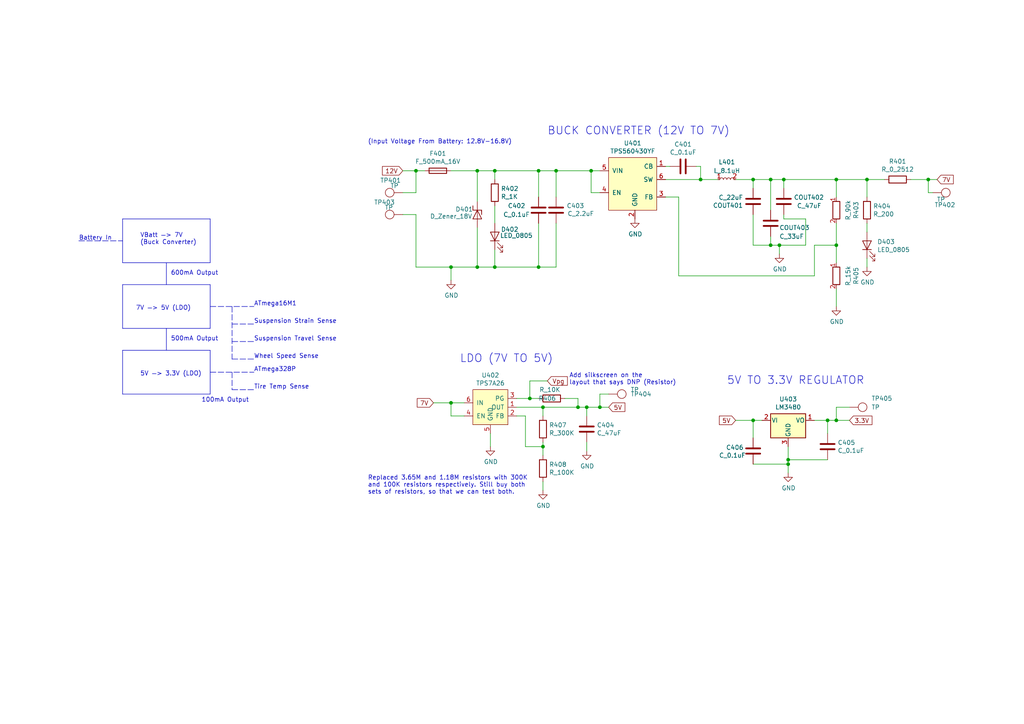
<source format=kicad_sch>
(kicad_sch (version 20211123) (generator eeschema)
  (paper "A4")
  (lib_symbols
    (symbol "formula:C_0.1uF" (pin_numbers hide) (pin_names (offset 0.254))
      (property "Reference" "C" (at 0.635 2.54 0))
      (property "Value" "C_0.1uF" (at 0.635 -2.54 0))
      (symbol "C_0.1uF_0_1"
        (polyline (pts (xy -2.032 -0.762) (xy 2.032 -0.762)) (stroke (width 0.508)))
        (polyline (pts (xy -2.032 0.762) (xy 2.032 0.762)) (stroke (width 0.508)))
      )
      (symbol "C_0.1uF_1_1"
        (pin passive line (at 0 3.81 270) (length 2.794) (name "~") (number "1"))
        (pin passive line (at 0 -3.81 90) (length 2.794) (name "~") (number "2"))
      )
    )
    (symbol "formula:C_2.2uF" (pin_numbers hide) (pin_names (offset 0.254))
      (property "Reference" "C" (at 0.635 3.81 0))
      (property "Value" "C_2.2uF" (at 0.635 -1.27 0))
      (symbol "C_2.2uF_0_1"
        (polyline (pts (xy -2.032 0.508) (xy 2.032 0.508)) (stroke (width 0.508)))
        (polyline (pts (xy -2.032 2.032) (xy 2.032 2.032)) (stroke (width 0.508)))
      )
      (symbol "C_2.2uF_1_1"
        (pin passive line (at 0 5.08 270) (length 2.794) (name "~") (number "1"))
        (pin passive line (at 0 -2.54 90) (length 2.794) (name "~") (number "2"))
      )
    )
    (symbol "formula:C_22uF" (pin_numbers hide) (pin_names (offset 0.254))
      (property "Reference" "C" (at 0.635 2.54 0))
      (property "Value" "C_22uF" (at 0.635 -2.54 0))
      (symbol "C_22uF_0_1"
        (polyline (pts (xy -2.032 -0.762) (xy 2.032 -0.762)) (stroke (width 0.508)))
        (polyline (pts (xy -2.032 0.762) (xy 2.032 0.762)) (stroke (width 0.508)))
      )
      (symbol "C_22uF_1_1"
        (pin passive line (at 0 3.81 270) (length 2.794) (name "~") (number "1"))
        (pin passive line (at 0 -3.81 90) (length 2.794) (name "~") (number "2"))
      )
    )
    (symbol "formula:C_33uF" (pin_numbers hide) (pin_names (offset 0.254))
      (property "Reference" "C" (at 0.635 2.54 0))
      (property "Value" "C_33uF" (at 2.54 -7.62 0))
      (symbol "C_33uF_0_1"
        (polyline (pts (xy -2.032 -0.762) (xy 2.032 -0.762)) (stroke (width 0.508)))
        (polyline (pts (xy -2.032 0.762) (xy 2.032 0.762)) (stroke (width 0.508)))
      )
      (symbol "C_33uF_1_1"
        (pin passive line (at 0 3.81 270) (length 2.794) (name "~") (number "1"))
        (pin passive line (at 0 -3.81 90) (length 2.794) (name "~") (number "2"))
      )
    )
    (symbol "formula:C_47uF" (pin_numbers hide) (pin_names (offset 0.254))
      (property "Reference" "C" (at 0.635 2.54 0))
      (property "Value" "C_47uF" (at 0.635 -2.54 0))
      (symbol "C_47uF_0_1"
        (polyline (pts (xy -2.032 -0.762) (xy 2.032 -0.762)) (stroke (width 0.508)))
        (polyline (pts (xy -2.032 0.762) (xy 2.032 0.762)) (stroke (width 0.508)))
      )
      (symbol "C_47uF_1_1"
        (pin passive line (at 0 3.81 270) (length 2.794) (name "~") (number "1"))
        (pin passive line (at 0 -3.81 90) (length 2.794) (name "~") (number "2"))
      )
    )
    (symbol "formula:D_Zener_18V" (pin_numbers hide) (pin_names (offset 1.016) hide)
      (property "Reference" "D" (at 0 2.54 0))
      (property "Value" "D_Zener_18V" (at 0 -2.54 0))
      (symbol "D_Zener_18V_0_1"
        (polyline (pts (xy -1.27 -1.27) (xy -2.54 -1.27)) (stroke (width 0.2032)))
        (polyline (pts (xy -1.27 1.27) (xy 0 1.27)) (stroke (width 0.2032)))
        (polyline (pts (xy 1.27 0) (xy -1.27 0)))
        (polyline (pts (xy -1.27 -1.27) (xy -1.27 1.27) (xy -0.762 1.27)) (stroke (width 0.2032)))
        (polyline (pts (xy 1.27 -1.27) (xy 1.27 1.27) (xy -1.27 0) (xy 1.27 -1.27)) (stroke (width 0.2032)))
      )
      (symbol "D_Zener_18V_1_1"
        (pin passive line (at -3.81 0 0) (length 2.54) (name "K") (number "1"))
        (pin passive line (at 3.81 0 180) (length 2.54) (name "A") (number "2"))
      )
    )
    (symbol "formula:F_500mA_16V" (pin_numbers hide) (pin_names (offset 0))
      (property "Reference" "F" (at 2.032 0 90))
      (property "Value" "F_500mA_16V" (at -1.905 0 90))
      (symbol "F_500mA_16V_0_1"
        (rectangle (start -0.762 -2.54) (end 0.762 2.54) (stroke (width 0.254)))
        (polyline (pts (xy 0 2.54) (xy 0 -2.54)))
      )
      (symbol "F_500mA_16V_1_1"
        (pin passive line (at 0 3.81 270) (length 1.27) (name "~") (number "1"))
        (pin passive line (at 0 -3.81 90) (length 1.27) (name "~") (number "2"))
      )
    )
    (symbol "formula:LED_0805" (pin_numbers hide) (pin_names (offset 1.016) hide)
      (property "Reference" "D" (at 0 -2.54 0))
      (property "Value" "LED_0805" (at 0 2.54 0))
      (symbol "LED_0805_0_1"
        (polyline (pts (xy -1.27 -1.27) (xy -1.27 1.27)) (stroke (width 0.2032)))
        (polyline (pts (xy -1.27 0) (xy 1.27 0)))
        (polyline (pts (xy 1.27 -1.27) (xy 1.27 1.27) (xy -1.27 0) (xy 1.27 -1.27)) (stroke (width 0.2032)))
        (polyline (pts (xy -3.048 -0.762) (xy -4.572 -2.286) (xy -3.81 -2.286) (xy -4.572 -2.286) (xy -4.572 -1.524)))
        (polyline (pts (xy -1.778 -0.762) (xy -3.302 -2.286) (xy -2.54 -2.286) (xy -3.302 -2.286) (xy -3.302 -1.524)))
      )
      (symbol "LED_0805_1_1"
        (pin passive line (at -3.81 0 0) (length 2.54) (name "K") (number "1"))
        (pin passive line (at 3.81 0 180) (length 2.54) (name "A") (number "2"))
      )
    )
    (symbol "formula:LM3480" (pin_names (offset 0.254))
      (property "Reference" "U" (at -3.81 3.175 0))
      (property "Value" "LM3480" (at 0 3.175 0))
      (symbol "LM3480_0_1"
        (rectangle (start -5.08 -5.08) (end 5.08 1.905) (stroke (width 0.254)) (fill (type background)))
      )
      (symbol "LM3480_1_1"
        (pin passive line (at 7.62 0 180) (length 2.54) (name "VO") (number "1"))
        (pin power_in line (at -7.62 0 0) (length 2.54) (name "VI") (number "2"))
        (pin power_in line (at 0 -7.62 90) (length 2.54) (name "GND") (number "3"))
      )
    )
    (symbol "formula:L_8.1uH" (pin_names (offset 1.016))
      (property "Reference" "L" (at 0 1.27 0))
      (property "Value" "L_8.1uH" (at 0 5.08 0))
      (symbol "L_8.1uH_1_1"
        (arc (start -1.016 2.54) (mid -1.524 3.048) (end -2.032 2.54))
        (arc (start 0 2.54) (mid -0.508 3.048) (end -1.016 2.54))
        (arc (start 1.016 2.54) (mid 0.508 3.048) (end 0 2.54))
        (arc (start 2.032 2.54) (mid 1.524 3.048) (end 1.016 2.54))
        (pin passive line (at -2.54 2.54 0) (length 0.508) (name "~") (number "1"))
        (pin passive line (at 2.54 2.54 180) (length 0.508) (name "~") (number "2"))
      )
    )
    (symbol "formula:R_0_2512" (pin_numbers hide) (pin_names (offset 0))
      (property "Reference" "R" (at 2.032 0 90))
      (property "Value" "R_0_2512" (at -2.54 0 90))
      (symbol "R_0_2512_0_1"
        (rectangle (start -1.016 -2.54) (end 1.016 2.54) (stroke (width 0.254)))
      )
      (symbol "R_0_2512_1_1"
        (pin passive line (at 0 3.81 270) (length 1.27) (name "~") (number "1"))
        (pin passive line (at 0 -3.81 90) (length 1.27) (name "~") (number "2"))
      )
    )
    (symbol "formula:R_100K" (pin_numbers hide) (pin_names (offset 0))
      (property "Reference" "R" (at 2.032 0 90))
      (property "Value" "R_100K" (at -2.54 0 90))
      (symbol "R_100K_0_1"
        (rectangle (start -1.016 -2.54) (end 1.016 2.54) (stroke (width 0.254)))
      )
      (symbol "R_100K_1_1"
        (pin passive line (at 0 3.81 270) (length 1.27) (name "~") (number "1"))
        (pin passive line (at 0 -3.81 90) (length 1.27) (name "~") (number "2"))
      )
    )
    (symbol "formula:R_10K" (pin_numbers hide) (pin_names (offset 0))
      (property "Reference" "R" (at 2.032 0 90))
      (property "Value" "R_10K" (at -2.54 0 90))
      (symbol "R_10K_0_1"
        (rectangle (start -1.016 -2.54) (end 1.016 2.54) (stroke (width 0.254)))
      )
      (symbol "R_10K_1_1"
        (pin passive line (at 0 3.81 270) (length 1.27) (name "~") (number "1"))
        (pin passive line (at 0 -3.81 90) (length 1.27) (name "~") (number "2"))
      )
    )
    (symbol "formula:R_15k" (pin_names (offset 1.016))
      (property "Reference" "R" (at 0 -2.54 0))
      (property "Value" "R_15k" (at 0 2.54 0))
      (symbol "R_15k_1_1"
        (rectangle (start 2.54 -1.016) (end -2.54 1.016) (stroke (width 0.254)))
        (pin passive line (at -3.81 0 0) (length 1.27) (name "~") (number "1"))
        (pin passive line (at 3.81 0 180) (length 1.27) (name "~") (number "2"))
      )
    )
    (symbol "formula:R_1K" (pin_numbers hide) (pin_names (offset 0))
      (property "Reference" "R" (at 2.032 0 90))
      (property "Value" "R_1K" (at -2.54 0 90))
      (symbol "R_1K_0_1"
        (rectangle (start -1.016 -2.54) (end 1.016 2.54) (stroke (width 0.254)))
      )
      (symbol "R_1K_1_1"
        (pin passive line (at 0 3.81 270) (length 1.27) (name "~") (number "1"))
        (pin passive line (at 0 -3.81 90) (length 1.27) (name "~") (number "2"))
      )
    )
    (symbol "formula:R_200" (pin_numbers hide) (pin_names (offset 0))
      (property "Reference" "R" (at 2.032 0 90))
      (property "Value" "R_200" (at -2.54 0 90))
      (symbol "R_200_0_1"
        (rectangle (start -1.016 -2.54) (end 1.016 2.54) (stroke (width 0.254)))
      )
      (symbol "R_200_1_1"
        (pin passive line (at 0 3.81 270) (length 1.27) (name "~") (number "1"))
        (pin passive line (at 0 -3.81 90) (length 1.27) (name "~") (number "2"))
      )
    )
    (symbol "formula:R_300K" (pin_numbers hide) (pin_names (offset 0))
      (property "Reference" "R" (at 2.032 0 90))
      (property "Value" "R_300K" (at -2.54 0 90))
      (symbol "R_300K_0_1"
        (rectangle (start -1.016 -2.54) (end 1.016 2.54) (stroke (width 0.254)))
      )
      (symbol "R_300K_1_1"
        (pin passive line (at 0 3.81 270) (length 1.27) (name "~") (number "1"))
        (pin passive line (at 0 -3.81 90) (length 1.27) (name "~") (number "2"))
      )
    )
    (symbol "formula:R_90k" (pin_names (offset 1.016))
      (property "Reference" "R" (at 0 -2.54 0))
      (property "Value" "R_90k" (at 0 2.54 0))
      (symbol "R_90k_1_1"
        (rectangle (start 2.54 -1.016) (end -2.54 1.016) (stroke (width 0.254)))
        (pin passive line (at -3.81 0 0) (length 1.27) (name "~") (number "1"))
        (pin passive line (at 3.81 0 180) (length 1.27) (name "~") (number "2"))
      )
    )
    (symbol "formula:TP" (pin_numbers hide) (pin_names (offset 0) hide)
      (property "Reference" "TP" (at 0 0 0))
      (property "Value" "TP" (at 0 0 0))
      (symbol "TP_0_1"
        (circle (center 0 -1.27) (radius 1.27))
      )
      (symbol "TP_1_1"
        (pin input line (at 0 -5.08 90) (length 2.54) (name "TP") (number "1"))
      )
    )
    (symbol "formula:TPS560430YF" (pin_names (offset 1.016))
      (property "Reference" "U" (at -5.08 -8.89 0))
      (property "Value" "TPS560430YF" (at 0 10.16 0))
      (symbol "TPS560430YF_0_1"
        (rectangle (start -6.35 -2.54) (end -6.35 -2.54))
        (rectangle (start -6.35 7.62) (end 7.62 -7.62) (fill (type background)))
      )
      (symbol "TPS560430YF_1_1"
        (pin bidirectional line (at 10.16 5.08 180) (length 2.54) (name "CB") (number "1"))
        (pin power_in line (at 1.27 -10.16 90) (length 2.54) (name "GND") (number "2"))
        (pin input line (at 10.16 -3.81 180) (length 2.54) (name "FB") (number "3"))
        (pin input line (at -8.89 -2.54 0) (length 2.54) (name "EN") (number "4"))
        (pin power_in line (at -8.89 3.81 0) (length 2.54) (name "VIN") (number "5"))
        (pin output line (at 10.16 1.27 180) (length 2.54) (name "SW") (number "6"))
      )
    )
    (symbol "formula:TPS7A26" (pin_names (offset 1.016))
      (property "Reference" "U" (at 0 8.89 0))
      (property "Value" "TPS7A26" (at 0 6.35 0))
      (symbol "TPS7A26_0_1"
        (rectangle (start -5.08 5.08) (end 5.08 -5.08) (fill (type background)))
      )
      (symbol "TPS7A26_1_1"
        (pin output line (at 7.62 0 180) (length 2.54) (name "OUT") (number "1"))
        (pin unspecified line (at 7.62 -2.54 180) (length 2.54) (name "FB") (number "2"))
        (pin unspecified line (at 7.62 2.54 180) (length 2.54) (name "PG") (number "3"))
        (pin unspecified line (at -7.62 -2.54 0) (length 2.54) (name "EN") (number "4"))
        (pin unspecified line (at 0 -7.62 90) (length 2.54) (name "GND") (number "5"))
        (pin unspecified line (at -7.62 1.27 0) (length 2.54) (name "IN") (number "6"))
      )
    )
    (symbol "power:GND" (power) (pin_names (offset 0))
      (property "Value" "power_GND" (at 0 -3.81 0))
      (symbol "GND_0_1"
        (polyline (pts (xy 0 0) (xy 0 -1.27) (xy 1.27 -1.27) (xy 0 -2.54) (xy -1.27 -1.27) (xy 0 -1.27)))
      )
      (symbol "GND_1_1"
        (pin power_in line (at 0 0 270) (length 0) hide (name "GND") (number "1"))
      )
    )
  )
  (junction (at 251.46 52.07))
  (junction (at 228.6 133.35))
  (junction (at 227.33 52.07))
  (junction (at 120.65 49.53))
  (junction (at 269.24 52.07))
  (junction (at 138.43 49.53))
  (junction (at 156.21 77.47))
  (junction (at 223.52 52.07))
  (junction (at 173.99 118.11))
  (junction (at 130.81 116.84))
  (junction (at 228.6 134.62))
  (junction (at 218.44 121.92))
  (junction (at 218.44 52.07))
  (junction (at 242.57 71.12))
  (junction (at 171.45 49.53))
  (junction (at 143.51 77.47))
  (junction (at 157.48 118.11))
  (junction (at 223.52 71.12))
  (junction (at 203.2 52.07))
  (junction (at 226.06 71.12))
  (junction (at 138.43 77.47))
  (junction (at 170.18 118.11))
  (junction (at 242.57 52.07))
  (junction (at 167.64 118.11))
  (junction (at 157.48 129.54))
  (junction (at 161.29 49.53))
  (junction (at 242.57 121.92))
  (junction (at 240.03 121.92))
  (junction (at 153.67 115.57))
  (junction (at 130.81 77.47))
  (junction (at 156.21 49.53))
  (junction (at 143.51 49.53))
  (wire (pts (xy 223.52 71.12) (xy 226.06 71.12)))
  (wire (pts (xy 242.57 71.12) (xy 242.57 64.77)))
  (wire (pts (xy 236.22 71.12) (xy 236.22 80.01)))
  (wire (pts (xy 157.48 120.65) (xy 157.48 118.11)))
  (wire (pts (xy 223.52 52.07) (xy 223.52 60.96)))
  (wire (pts (xy 156.21 49.53) (xy 156.21 57.15)))
  (wire (pts (xy 130.81 77.47) (xy 130.81 81.28)))
  (wire (pts (xy 236.22 80.01) (xy 196.85 80.01)))
  (polyline (pts (xy 60.96 101.6) (xy 35.56 101.6)) (stroke (width 0) (type solid)))
  (wire (pts (xy 156.21 64.77) (xy 156.21 77.47)))
  (wire (pts (xy 246.38 121.92) (xy 242.57 121.92)))
  (wire (pts (xy 156.21 49.53) (xy 161.29 49.53)))
  (wire (pts (xy 156.21 77.47) (xy 161.29 77.47)))
  (polyline (pts (xy 48.26 76.2) (xy 48.26 82.55)) (stroke (width 0) (type solid)))
  (wire (pts (xy 242.57 71.12) (xy 236.22 71.12)))
  (wire (pts (xy 125.73 116.84) (xy 130.81 116.84)))
  (polyline (pts (xy 35.56 95.25) (xy 60.96 95.25)) (stroke (width 0) (type solid)))
  (wire (pts (xy 242.57 118.11) (xy 242.57 121.92)))
  (wire (pts (xy 223.52 71.12) (xy 223.52 68.58)))
  (wire (pts (xy 161.29 49.53) (xy 161.29 57.15)))
  (wire (pts (xy 256.54 52.07) (xy 251.46 52.07)))
  (wire (pts (xy 269.24 52.07) (xy 271.78 52.07)))
  (wire (pts (xy 196.85 80.01) (xy 196.85 57.15)))
  (wire (pts (xy 130.81 116.84) (xy 134.62 116.84)))
  (wire (pts (xy 161.29 49.53) (xy 171.45 49.53)))
  (wire (pts (xy 171.45 55.88) (xy 171.45 49.53)))
  (wire (pts (xy 173.99 55.88) (xy 171.45 55.88)))
  (polyline (pts (xy 60.96 95.25) (xy 60.96 82.55)) (stroke (width 0) (type solid)))
  (wire (pts (xy 226.06 71.12) (xy 233.68 71.12)))
  (wire (pts (xy 228.6 129.54) (xy 228.6 133.35)))
  (wire (pts (xy 213.36 121.92) (xy 218.44 121.92)))
  (wire (pts (xy 116.84 55.88) (xy 120.65 55.88)))
  (wire (pts (xy 143.51 52.07) (xy 143.51 49.53)))
  (polyline (pts (xy 35.56 101.6) (xy 35.56 114.3)) (stroke (width 0) (type solid)))
  (polyline (pts (xy 67.31 93.98) (xy 73.66 93.98)))
  (wire (pts (xy 233.68 71.12) (xy 233.68 63.5)))
  (wire (pts (xy 138.43 66.04) (xy 138.43 77.47)))
  (wire (pts (xy 157.48 118.11) (xy 149.86 118.11)))
  (wire (pts (xy 218.44 54.61) (xy 218.44 52.07)))
  (wire (pts (xy 123.19 49.53) (xy 120.65 49.53)))
  (wire (pts (xy 226.06 71.12) (xy 226.06 73.66)))
  (wire (pts (xy 171.45 49.53) (xy 173.99 49.53)))
  (wire (pts (xy 240.03 133.35) (xy 228.6 133.35)))
  (wire (pts (xy 167.64 118.11) (xy 170.18 118.11)))
  (wire (pts (xy 138.43 58.42) (xy 138.43 49.53)))
  (wire (pts (xy 143.51 77.47) (xy 156.21 77.47)))
  (wire (pts (xy 201.93 48.26) (xy 203.2 48.26)))
  (wire (pts (xy 161.29 77.47) (xy 161.29 64.77)))
  (wire (pts (xy 153.67 115.57) (xy 153.67 110.49)))
  (polyline (pts (xy 60.96 82.55) (xy 35.56 82.55)) (stroke (width 0) (type solid)))
  (wire (pts (xy 242.57 52.07) (xy 251.46 52.07)))
  (wire (pts (xy 213.36 52.07) (xy 218.44 52.07)))
  (wire (pts (xy 242.57 83.82) (xy 242.57 88.9)))
  (wire (pts (xy 218.44 62.23) (xy 218.44 71.12)))
  (polyline (pts (xy 60.96 76.2) (xy 60.96 63.5)) (stroke (width 0) (type solid)))
  (wire (pts (xy 120.65 77.47) (xy 130.81 77.47)))
  (polyline (pts (xy 67.31 104.14) (xy 73.66 104.14)))
  (wire (pts (xy 130.81 116.84) (xy 130.81 120.65)))
  (polyline (pts (xy 35.56 63.5) (xy 35.56 76.2)) (stroke (width 0) (type solid)))
  (wire (pts (xy 251.46 67.31) (xy 251.46 64.77)))
  (polyline (pts (xy 35.56 76.2) (xy 60.96 76.2)) (stroke (width 0) (type solid)))
  (wire (pts (xy 228.6 133.35) (xy 228.6 134.62)))
  (polyline (pts (xy 35.56 82.55) (xy 35.56 95.25)) (stroke (width 0) (type solid)))
  (wire (pts (xy 142.24 129.54) (xy 142.24 125.73)))
  (wire (pts (xy 163.83 115.57) (xy 167.64 115.57)))
  (wire (pts (xy 170.18 128.27) (xy 170.18 130.81)))
  (wire (pts (xy 153.67 115.57) (xy 149.86 115.57)))
  (wire (pts (xy 157.48 132.08) (xy 157.48 129.54)))
  (wire (pts (xy 242.57 121.92) (xy 240.03 121.92)))
  (polyline (pts (xy 67.31 88.9) (xy 67.31 104.14)))
  (wire (pts (xy 120.65 62.23) (xy 120.65 77.47)))
  (wire (pts (xy 130.81 77.47) (xy 138.43 77.47)))
  (wire (pts (xy 138.43 49.53) (xy 143.51 49.53)))
  (polyline (pts (xy 67.31 113.03) (xy 73.66 113.03)))
  (wire (pts (xy 242.57 57.15) (xy 242.57 52.07)))
  (wire (pts (xy 156.21 115.57) (xy 153.67 115.57)))
  (wire (pts (xy 218.44 71.12) (xy 223.52 71.12)))
  (wire (pts (xy 227.33 52.07) (xy 242.57 52.07)))
  (wire (pts (xy 176.53 118.11) (xy 173.99 118.11)))
  (wire (pts (xy 196.85 57.15) (xy 193.04 57.15)))
  (wire (pts (xy 170.18 118.11) (xy 173.99 118.11)))
  (polyline (pts (xy 60.96 114.3) (xy 60.96 101.6)) (stroke (width 0) (type solid)))
  (wire (pts (xy 173.99 114.3) (xy 173.99 118.11)))
  (wire (pts (xy 120.65 49.53) (xy 116.84 49.53)))
  (wire (pts (xy 227.33 54.61) (xy 227.33 52.07)))
  (wire (pts (xy 157.48 129.54) (xy 157.48 128.27)))
  (wire (pts (xy 269.24 55.88) (xy 269.24 52.07)))
  (wire (pts (xy 218.44 52.07) (xy 223.52 52.07)))
  (wire (pts (xy 228.6 134.62) (xy 228.6 137.16)))
  (wire (pts (xy 157.48 142.24) (xy 157.48 139.7)))
  (wire (pts (xy 120.65 55.88) (xy 120.65 49.53)))
  (wire (pts (xy 143.51 49.53) (xy 156.21 49.53)))
  (wire (pts (xy 203.2 48.26) (xy 203.2 52.07)))
  (polyline (pts (xy 60.96 88.9) (xy 73.66 88.9)))
  (wire (pts (xy 130.81 120.65) (xy 134.62 120.65)))
  (wire (pts (xy 240.03 121.92) (xy 236.22 121.92)))
  (wire (pts (xy 218.44 127) (xy 218.44 121.92)))
  (wire (pts (xy 130.81 49.53) (xy 138.43 49.53)))
  (polyline (pts (xy 60.96 107.95) (xy 73.66 107.95)))
  (polyline (pts (xy 35.56 114.3) (xy 60.96 114.3)) (stroke (width 0) (type solid)))
  (wire (pts (xy 176.53 114.3) (xy 173.99 114.3)))
  (polyline (pts (xy 67.31 107.95) (xy 67.31 113.03)))
  (wire (pts (xy 223.52 52.07) (xy 227.33 52.07)))
  (wire (pts (xy 167.64 118.11) (xy 157.48 118.11)))
  (wire (pts (xy 167.64 115.57) (xy 167.64 118.11)))
  (wire (pts (xy 218.44 121.92) (xy 220.98 121.92)))
  (wire (pts (xy 203.2 52.07) (xy 208.28 52.07)))
  (wire (pts (xy 251.46 57.15) (xy 251.46 52.07)))
  (wire (pts (xy 218.44 134.62) (xy 228.6 134.62)))
  (wire (pts (xy 143.51 72.39) (xy 143.51 77.47)))
  (wire (pts (xy 170.18 118.11) (xy 170.18 120.65)))
  (polyline (pts (xy 22.86 69.85) (xy 35.56 69.85)))
  (wire (pts (xy 138.43 77.47) (xy 143.51 77.47)))
  (polyline (pts (xy 60.96 63.5) (xy 35.56 63.5)) (stroke (width 0) (type solid)))
  (wire (pts (xy 203.2 52.07) (xy 193.04 52.07)))
  (wire (pts (xy 153.67 110.49) (xy 158.75 110.49)))
  (wire (pts (xy 242.57 76.2) (xy 242.57 71.12)))
  (wire (pts (xy 227.33 63.5) (xy 227.33 62.23)))
  (wire (pts (xy 233.68 63.5) (xy 227.33 63.5)))
  (wire (pts (xy 270.51 55.88) (xy 269.24 55.88)))
  (wire (pts (xy 116.84 62.23) (xy 120.65 62.23)))
  (wire (pts (xy 194.31 48.26) (xy 193.04 48.26)))
  (wire (pts (xy 143.51 59.69) (xy 143.51 64.77)))
  (polyline (pts (xy 67.31 99.06) (xy 73.66 99.06)))
  (wire (pts (xy 152.4 120.65) (xy 149.86 120.65)))
  (wire (pts (xy 152.4 129.54) (xy 152.4 120.65)))
  (polyline (pts (xy 48.26 95.25) (xy 48.26 101.6)) (stroke (width 0) (type solid)))
  (wire (pts (xy 240.03 125.73) (xy 240.03 121.92)))
  (wire (pts (xy 264.16 52.07) (xy 269.24 52.07)))
  (wire (pts (xy 157.48 129.54) (xy 152.4 129.54)))
  (wire (pts (xy 251.46 77.47) (xy 251.46 74.93)))
  (wire (pts (xy 246.38 118.11) (xy 242.57 118.11)))
  (text "LDO (7V TO 5V)" (at 133.35 105.41 0) (effects (font (size 2.2606 2.2606)) (justify left bottom)))
  (text "ATmega328P" (at 73.66 107.95 0) (effects (font (size 1.27 1.27)) (justify left bottom)))
  (text "100mA Output" (at 58.42 116.84 0) (effects (font (size 1.27 1.27)) (justify left bottom)))
  (text "Wheel Speed Sense" (at 73.66 104.14 0) (effects (font (size 1.27 1.27)) (justify left bottom)))
  (text "Add silkscreen on the\nlayout that says DNP (Resistor)\n" (at 165.1 111.76 0) (effects (font (size 1.27 1.27)) (justify left bottom)))
  (text "7V —> 5V (LDO)" (at 39.37 90.17 0) (effects (font (size 1.27 1.27)) (justify left bottom)))
  (text "5V TO 3.3V REGULATOR" (at 210.82 111.76 0) (effects (font (size 2.2606 2.2606)) (justify left bottom)))
  (text "(Input Voltage From Battery: 12.8V-16.8V)" (at 106.68 41.91 0) (effects (font (size 1.27 1.27)) (justify left bottom)))
  (text "VBatt —> 7V\n(Buck Converter)" (at 40.64 71.12 0) (effects (font (size 1.27 1.27)) (justify left bottom)))
  (text "Battery In" (at 22.86 69.85 0) (effects (font (size 1.27 1.27)) (justify left bottom)))
  (text "600mA Output" (at 49.53 80.01 0) (effects (font (size 1.27 1.27)) (justify left bottom)))
  (text "500mA Output" (at 49.53 99.06 0) (effects (font (size 1.27 1.27)) (justify left bottom)))
  (text "Replaced 3.65M and 1.18M resistors with 300K \nand 100K resistors respectively. Still buy both \nsets of resistors, so that we can test both." (at 106.68 143.51 0) (effects (font (size 1.27 1.27)) (justify left bottom)))
  (text "Suspension Strain Sense" (at 73.66 93.98 0) (effects (font (size 1.27 1.27)) (justify left bottom)))
  (text "Suspension Travel Sense" (at 73.66 99.06 0) (effects (font (size 1.27 1.27)) (justify left bottom)))
  (text "ATmega16M1" (at 73.66 88.9 0) (effects (font (size 1.27 1.27)) (justify left bottom)))
  (text "Tire Temp Sense" (at 73.66 113.03 0) (effects (font (size 1.27 1.27)) (justify left bottom)))
  (text "BUCK CONVERTER (12V TO 7V)" (at 158.75 39.37 0) (effects (font (size 2.2606 2.2606)) (justify left bottom)))
  (text "5V —> 3.3V (LDO)" (at 40.64 109.22 0) (effects (font (size 1.27 1.27)) (justify left bottom)))
  (global_label "5V" (shape input) (at 176.53 118.11 0) (property "Intersheet References" "${INTERSHEET_REFS}" (effects hide)))
  (global_label "5V" (shape input) (at 213.36 121.92 180) (property "Intersheet References" "${INTERSHEET_REFS}" (effects hide)))
  (global_label "7V" (shape input) (at 271.78 52.07 0) (property "Intersheet References" "${INTERSHEET_REFS}" (effects hide)))
  (global_label "Vpg" (shape input) (at 158.75 110.49 0) (property "Intersheet References" "${INTERSHEET_REFS}" (effects hide)))
  (global_label "7V" (shape input) (at 125.73 116.84 180) (property "Intersheet References" "${INTERSHEET_REFS}" (effects hide)))
  (global_label "12V" (shape input) (at 116.84 49.53 180) (property "Intersheet References" "${INTERSHEET_REFS}" (effects hide)))
  (global_label "3.3V" (shape input) (at 246.38 121.92 0) (property "Intersheet References" "${INTERSHEET_REFS}" (effects hide)))
  (symbol (lib_id "power:GND") (at 184.15 63.5 0) (unit 1)
    (property "Reference" "#PWR?" (effects hide))
    (property "Value" "GND" (at 184.277 67.8942 0))
  )
  (symbol (lib_id "formula:TPS560430YF") (at 182.88 53.34 0) (unit 1)
    (property "Reference" "U401" (at 183.515 41.529 0))
    (property "Value" "TPS560430YF" (at 183.515 43.8404 0))
    (property "Footprint" "footprints:SOT-23-6_OEM" (effects hide))
    (property "Datasheet" "http://www.ti.com/lit/ds/symlink/tps560430.pdf" (effects hide))
    (property "MPN" "TPS560430YFDBVR-ND" (effects hide))
    (property "MFN" "DK" (effects hide))
    (property "Purchasing Link" "https://www.digikey.com/product-detail/en/texas-instruments/TPS560430XDBVR/296-50420-6-ND/9685813" (effects hide))
    (property "PurchasingLink" "https://www.digikey.com/product-detail/en/texas-instruments/TPS560430XDBVR/296-50420-6-ND/9685813" (effects hide))
  )
  (symbol (lib_id "formula:TP") (at 111.76 62.23 90) (unit 1)
    (property "Reference" "TP403" (at 114.554 58.674 90) (effects (justify left)))
    (property "Value" "TP" (at 114.046 60.198 90) (effects (justify left)))
    (property "Footprint" "footprints:tp_1.6mm" (effects hide))
    (property "Datasheet" "http://www.keyelco.com/product-pdf.cfm?p=1314" (effects hide))
    (property "MFN" "DK" (effects hide))
    (property "MPN" "36-5006-ND" (effects hide))
    (property "PurchasingLink" "https://www.digikey.com/product-detail/en/keystone-electronics/5006/36-5006-ND/255330" (effects hide))
  )
  (symbol (lib_id "formula:TP") (at 111.76 55.88 90) (unit 1)
    (property "Reference" "TP401" (at 116.332 52.324 90) (effects (justify left)))
    (property "Value" "TP" (at 115.6462 53.8988 90) (effects (justify left)))
    (property "Footprint" "footprints:tp_1.6mm" (effects hide))
    (property "Datasheet" "http://www.keyelco.com/product-pdf.cfm?p=1314" (effects hide))
    (property "MFN" "DK" (effects hide))
    (property "MPN" "36-5006-ND" (effects hide))
    (property "PurchasingLink" "https://www.digikey.com/product-detail/en/keystone-electronics/5006/36-5006-ND/255330" (effects hide))
  )
  (symbol (lib_id "formula:F_500mA_16V") (at 127 49.53 270) (unit 1)
    (property "Reference" "F401" (at 127 44.5262 90))
    (property "Value" "F_500mA_16V" (at 127 46.8376 90))
    (property "Footprint" "footprints:Fuse_1210" (effects hide))
    (property "Datasheet" "https://belfuse.com/resources/CircuitProtection/datasheets/0ZCH%20Nov2016.pdf" (effects hide))
    (property "MFN" "DK" (effects hide))
    (property "MPN" "507-1786-1-ND" (effects hide))
    (property "PurchasingLink" "https://www.digikey.com/product-detail/en/bel-fuse-inc/0ZCH0050FF2G/507-1786-1-ND/4156209" (effects hide))
  )
  (symbol (lib_id "formula:C_2.2uF") (at 161.29 62.23 0) (unit 1)
    (property "Reference" "C403" (at 164.338 59.69 0) (effects (justify left)))
    (property "Value" "C_2.2uF" (at 164.592 61.976 0) (effects (justify left)))
    (property "Footprint" "footprints:C_0603_1608Metric" (effects hide))
    (property "Datasheet" "http://www.yageo.com/documents/recent/UPY-GPHC_X5R_4V-to-50V_25.pdf" (effects hide))
    (property "MFN" "DK" (effects hide))
    (property "MPN" "311-1451-1-ND" (effects hide))
    (property "PurchasingLink" "https://www.digikey.com/product-detail/en/yageo/CC0603KRX5R6BB225/311-1451-1-ND/2833757" (effects hide))
  )
  (symbol (lib_id "formula:C_0.1uF") (at 156.21 60.96 180) (unit 1)
    (property "Reference" "C402" (at 152.4 59.69 0) (effects (justify left)))
    (property "Value" "C_0.1uF" (at 153.67 62.23 0) (effects (justify left)))
    (property "Footprint" "footprints:C_0805_OEM" (effects hide))
    (property "Datasheet" "http://datasheets.avx.com/X7RDielectric.pdf" (effects hide))
    (property "MFN" "DK" (effects hide))
    (property "MPN" "478-3352-1-ND" (effects hide))
    (property "PurchasingLink" "https://www.digikey.com/products/en?keywords=478-3352-1-ND" (effects hide))
  )
  (symbol (lib_id "formula:R_1K") (at 143.51 55.88 0) (unit 1)
    (property "Reference" "R402" (at 145.288 54.7116 0) (effects (justify left)))
    (property "Value" "R_1K" (at 145.288 57.023 0) (effects (justify left)))
    (property "Footprint" "footprints:R_0805_OEM" (effects hide))
    (property "Datasheet" "https://www.seielect.com/Catalog/SEI-rncp.pdf" (effects hide))
    (property "MFN" "DK" (effects hide))
    (property "MPN" "RNCP0805FTD1K00CT-ND" (effects hide))
    (property "PurchasingLink" "https://www.digikey.com/products/en?keywords=RNCP0805FTD1K00CT-ND" (effects hide))
  )
  (symbol (lib_id "formula:LED_0805") (at 143.51 68.58 90) (unit 1)
    (property "Reference" "D402" (at 145.288 66.548 90) (effects (justify right)))
    (property "Value" "LED_0805" (at 145.034 68.326 90) (effects (justify right)))
    (property "Footprint" "footprints:LED_0805_OEM" (effects hide))
    (property "Datasheet" "http://www.osram-os.com/Graphics/XPic9/00078860_0.pdf" (effects hide))
    (property "MFN" "DK" (effects hide))
    (property "MPN" "475-1410-1-ND" (effects hide))
    (property "PurchasingLink" "https://www.digikey.com/products/en?keywords=475-1410-1-ND" (effects hide))
  )
  (symbol (lib_id "formula:D_Zener_18V") (at 138.43 62.23 270) (unit 1)
    (property "Reference" "D401" (at 132.08 60.706 90) (effects (justify left)))
    (property "Value" "D_Zener_18V" (at 124.714 62.738 90) (effects (justify left)))
    (property "Footprint" "footprints:DO-214AA" (effects hide))
    (property "Datasheet" "http://www.mccsemi.com/up_pdf/SMBJ5338B-SMBJ5388B(SMB).pdf" (effects hide))
    (property "MFN" "DK" (effects hide))
    (property "MPN" "SMBJ5355B-TPMSCT-ND" (effects hide))
    (property "PurchasingLink" "https://www.digikey.com/products/en?keywords=SMBJ5355B-TPMSCT-ND" (effects hide))
  )
  (symbol (lib_id "power:GND") (at 130.81 81.28 0) (unit 1)
    (property "Reference" "#PWR?" (effects hide))
    (property "Value" "GND" (at 130.937 85.6742 0))
  )
  (symbol (lib_id "formula:C_0.1uF") (at 198.12 48.26 270) (unit 1)
    (property "Reference" "C401" (at 198.12 41.8592 90))
    (property "Value" "C_0.1uF" (at 198.12 44.1706 90))
    (property "Footprint" "footprints:C_0805_OEM" (effects hide))
    (property "Datasheet" "http://datasheets.avx.com/X7RDielectric.pdf" (effects hide))
    (property "MFN" "DK" (effects hide))
    (property "MPN" "478-3352-1-ND" (effects hide))
    (property "PurchasingLink" "https://www.digikey.com/products/en?keywords=478-3352-1-ND" (effects hide))
  )
  (symbol (lib_id "formula:C_33uF") (at 223.52 64.77 0) (unit 1)
    (property "Reference" "COUT403" (at 226.06 66.04 0) (effects (justify left)))
    (property "Value" "C_33uF" (at 226.06 68.58 0) (effects (justify left)))
    (property "Footprint" "footprints:Fuse_1812" (effects hide))
    (property "Datasheet" "https://product.tdk.com/info/en/catalog/datasheets/mlcc_commercial_general_en.pdf" (effects hide))
    (property "MFN" "DK" (effects hide))
    (property "MPN" "445-3924-1-ND" (effects hide))
    (property "PurchasingLink" "https://www.digikey.com/product-detail/en/tdk-corporation/C4532X7R1C336M250KC/445-3924-1-ND/1923431" (effects hide))
  )
  (symbol (lib_id "formula:C_22uF") (at 218.44 58.42 180) (unit 1)
    (property "Reference" "COUT401" (at 215.519 59.5884 0) (effects (justify left)))
    (property "Value" "C_22uF" (at 215.519 57.277 0) (effects (justify left)))
    (property "Footprint" "footprints:C_1206_OEM" (effects hide))
    (property "Datasheet" "https://product.tdk.com/info/en/catalog/datasheets/mlcc_commercial_general_en.pdf" (effects hide))
    (property "MFN" "DK" (effects hide))
    (property "MPN" "445-11693-1-ND" (effects hide))
    (property "PurchasingLink" "https://www.digikey.com/product-detail/en/tdk-corporation/C3216JB1C226M160AB/445-11693-1-ND/3953359" (effects hide))
  )
  (symbol (lib_id "formula:R_15k") (at 242.57 80.01 270) (unit 1)
    (property "Reference" "R405" (at 248.285 80.01 0))
    (property "Value" "R_15k" (at 245.9736 80.01 0))
    (property "Footprint" "footprints:R_0805_OEM" (effects hide))
    (property "Datasheet" "https://www.yageo.com/upload/media/product/productsearch/datasheet/rchip/PYu-RE_105_RoHS_L_6.pdf" (effects hide))
    (property "Link" "https://www.digikey.com/en/products/detail/yageo/RE0805FRE0715KL/5923506" (effects hide))
  )
  (symbol (lib_id "formula:R_90k") (at 242.57 60.96 270) (unit 1)
    (property "Reference" "R403" (at 248.285 60.96 0))
    (property "Value" "R_90k" (at 245.9736 60.96 0))
    (property "Footprint" "footprints:R_0805_OEM" (effects hide))
    (property "Datasheet" "https://www.vishay.com/docs/60026/ptn.pdf" (effects hide))
    (property "Link" "https://www.digikey.com/en/products/detail/vishay-dale-thin-film/PTN0805E9002BST1/7103062" (effects hide))
  )
  (symbol (lib_id "formula:L_8.1uH") (at 210.82 54.61 0) (unit 1)
    (property "Reference" "L401" (at 210.82 46.99 0))
    (property "Value" "L_8.1uH" (at 210.82 49.53 0))
    (property "Footprint" "footprints:L_8.1uH" (effects hide))
    (property "Datasheet" "https://www.coilcraft.com/getmedia/76c9c081-4945-4c85-9129-9356e1ad6734/xgl4020.pdf" (effects hide))
  )
  (symbol (lib_id "formula:R_0_2512") (at 260.35 52.07 270) (unit 1)
    (property "Reference" "R401" (at 260.35 46.8122 90))
    (property "Value" "R_0_2512" (at 260.35 49.1236 90))
    (property "Footprint" "footprints:R_2512_OEM" (effects hide))
    (property "Datasheet" "http://www.te.com/commerce/DocumentDelivery/DDEController?Action=srchrtrv&DocNm=9-1773463-7&DocType=DS&DocLang=English" (effects hide))
    (property "MFN" "DK" (effects hide))
    (property "MPN" "A121322CT-ND" (effects hide))
    (property "PurchasingLink" "https://www.digikey.com/products/en?keywords=A121322CT-ND" (effects hide))
  )
  (symbol (lib_id "formula:R_200") (at 251.46 60.96 0) (unit 1)
    (property "Reference" "R404" (at 253.238 59.7916 0) (effects (justify left)))
    (property "Value" "R_200" (at 253.238 62.103 0) (effects (justify left)))
    (property "Footprint" "footprints:R_0805_OEM" (effects hide))
    (property "Datasheet" "https://www.seielect.com/Catalog/SEI-RMCF_RMCP.pdf" (effects hide))
    (property "MFN" "DK" (effects hide))
    (property "MPN" "RMCF0805JT200RCT-ND" (effects hide))
    (property "PurchasingLink" "https://www.digikey.com/products/en?keywords=RMCF0805JT200RCT-ND" (effects hide))
  )
  (symbol (lib_id "formula:LED_0805") (at 251.46 71.12 90) (unit 1)
    (property "Reference" "D403" (at 254.4318 70.1294 90) (effects (justify right)))
    (property "Value" "LED_0805" (at 254.4318 72.4408 90) (effects (justify right)))
    (property "Footprint" "footprints:LED_0805_OEM" (effects hide))
    (property "Datasheet" "http://www.osram-os.com/Graphics/XPic9/00078860_0.pdf" (effects hide))
    (property "MFN" "DK" (effects hide))
    (property "MPN" "475-1410-1-ND" (effects hide))
    (property "PurchasingLink" "https://www.digikey.com/products/en?keywords=475-1410-1-ND" (effects hide))
  )
  (symbol (lib_id "power:GND") (at 251.46 77.47 0) (unit 1)
    (property "Reference" "#PWR?" (effects hide))
    (property "Value" "GND" (at 251.587 81.8642 0))
  )
  (symbol (lib_id "formula:C_47uF") (at 227.33 58.42 0) (unit 1)
    (property "Reference" "COUT402" (at 230.251 57.2516 0) (effects (justify left)))
    (property "Value" "C_47uF" (at 231.14 59.69 0) (effects (justify left)))
    (property "Footprint" "footprints:C_0805_OEM" (effects hide))
    (property "Datasheet" "http://www.samsungsem.com/kr/support/product-search/mlcc/__icsFiles/afieldfile/2018/06/22/CL21A476MQYNNNG.pdf" (effects hide))
    (property "MFN" "DK" (effects hide))
    (property "MPN" "1276-6467-1-ND" (effects hide))
    (property "PurchasingLink" "https://www.digikey.com/product-detail/en/samsung-electro-mechanics/CL21A476MQYNNNG/1276-6467-1-ND/5958095" (effects hide))
  )
  (symbol (lib_id "power:GND") (at 226.06 73.66 0) (unit 1)
    (property "Reference" "#PWR?" (effects hide))
    (property "Value" "GND" (at 226.187 78.0542 0))
  )
  (symbol (lib_id "power:GND") (at 242.57 88.9 0) (unit 1)
    (property "Reference" "#PWR?" (effects hide))
    (property "Value" "GND" (at 242.697 93.2942 0))
  )
  (symbol (lib_id "formula:TP") (at 275.59 55.88 270) (unit 1)
    (property "Reference" "TP402" (at 271.018 59.436 90) (effects (justify left)))
    (property "Value" "TP" (at 271.7038 57.8612 90) (effects (justify left)))
    (property "Footprint" "footprints:tp_1.6mm" (effects hide))
    (property "Datasheet" "http://www.keyelco.com/product-pdf.cfm?p=1314" (effects hide))
    (property "MFN" "DK" (effects hide))
    (property "MPN" "36-5006-ND" (effects hide))
    (property "PurchasingLink" "https://www.digikey.com/product-detail/en/keystone-electronics/5006/36-5006-ND/255330" (effects hide))
  )
  (symbol (lib_id "formula:TPS7A26") (at 142.24 118.11 0) (unit 1)
    (property "Reference" "U402" (at 142.24 108.839 0))
    (property "Value" "TPS7A26" (at 142.24 111.1504 0))
    (property "Footprint" "footprints:TPS7A26" (effects hide))
    (property "Datasheet" "https://www.ti.com/lit/ds/symlink/tps7a26.pdf" (effects hide))
    (property "Purchasing Link" "https://www.digikey.com/en/products/detail/texas-instruments/TPS7A2625DRVR/10715499" (effects hide))
  )
  (symbol (lib_id "power:GND") (at 142.24 129.54 0) (unit 1)
    (property "Reference" "#PWR?" (effects hide))
    (property "Value" "GND" (at 142.367 133.9342 0))
  )
  (symbol (lib_id "formula:R_10K") (at 160.02 115.57 90) (unit 1)
    (property "Reference" "R406" (at 161.29 115.57 90) (effects (justify left)))
    (property "Value" "R_10K" (at 162.56 113.03 90) (effects (justify left)))
    (property "Footprint" "footprints:R_0805_OEM" (effects hide))
    (property "Datasheet" "http://www.bourns.com/data/global/pdfs/CRS.pdf" (effects hide))
    (property "MFN" "DK" (effects hide))
    (property "MPN" "CRS0805-FX-1002ELFCT-ND" (effects hide))
    (property "PurchasingLink" "https://www.digikey.com/products/en?keywords=CRS0805-FX-1002ELFCT-ND" (effects hide))
  )
  (symbol (lib_id "formula:C_47uF") (at 170.18 124.46 0) (unit 1)
    (property "Reference" "C404" (at 173.101 123.2916 0) (effects (justify left)))
    (property "Value" "C_47uF" (at 173.101 125.603 0) (effects (justify left)))
    (property "Footprint" "footprints:C_0805_OEM" (effects hide))
    (property "Datasheet" "http://www.samsungsem.com/kr/support/product-search/mlcc/__icsFiles/afieldfile/2018/06/22/CL21A476MQYNNNG.pdf" (effects hide))
    (property "MFN" "DK" (effects hide))
    (property "MPN" "1276-6467-1-ND" (effects hide))
    (property "PurchasingLink" "https://www.digikey.com/product-detail/en/samsung-electro-mechanics/CL21A476MQYNNNG/1276-6467-1-ND/5958095" (effects hide))
  )
  (symbol (lib_id "power:GND") (at 170.18 130.81 0) (unit 1)
    (property "Reference" "#PWR?" (effects hide))
    (property "Value" "GND" (at 170.307 135.2042 0))
  )
  (symbol (lib_id "formula:R_300K") (at 157.48 124.46 0) (unit 1)
    (property "Reference" "R407" (at 159.258 123.2916 0) (effects (justify left)))
    (property "Value" "R_300K" (at 159.258 125.603 0) (effects (justify left)))
    (property "Footprint" "footprints:R_0805_OEM" (effects hide))
    (property "Datasheet" "https://industrial.panasonic.com/cdbs/www-data/pdf/RDM0000/AOA0000C307.pdf" (effects hide))
    (property "MFN" "DK" (effects hide))
    (property "MPN" "P300KDACT-ND" (effects hide))
    (property "PurchasingLink" "https://www.digikey.com/product-detail/en/panasonic-electronic-components/ERA-6AEB304V/P300KDACT-ND/1466006" (effects hide))
  )
  (symbol (lib_id "formula:R_100K") (at 157.48 135.89 0) (unit 1)
    (property "Reference" "R408" (at 159.258 134.7216 0) (effects (justify left)))
    (property "Value" "R_100K" (at 159.258 137.033 0) (effects (justify left)))
    (property "Footprint" "footprints:R_0805_OEM" (effects hide))
    (property "Datasheet" "https://industrial.panasonic.com/cdbs/www-data/pdf/RDA0000/AOA0000C304.pdf" (effects hide))
    (property "MFN" "DK" (effects hide))
    (property "MPN" "P100KCCT-ND" (effects hide))
    (property "PurchasingLink" "https://www.digikey.com/product-detail/en/panasonic-electronic-components/ERJ-6ENF1003V/P100KCCT-ND/119551" (effects hide))
  )
  (symbol (lib_id "power:GND") (at 157.48 142.24 0) (unit 1)
    (property "Reference" "#PWR?" (effects hide))
    (property "Value" "GND" (at 157.607 146.6342 0))
  )
  (symbol (lib_id "formula:LM3480") (at 228.6 121.92 0) (unit 1)
    (property "Reference" "U403" (at 228.6 115.7732 0))
    (property "Value" "LM3480" (at 228.6 118.0846 0))
    (property "Footprint" "footprints:SOT-23-3_OEM" (effects hide))
    (property "Datasheet" "http://www.ti.com/lit/ds/symlink/lm3480.pdf" (effects hide))
    (property "MFN" "DK" (effects hide))
    (property "MPN" "LM3480IM3-3.3CT-ND" (effects hide))
    (property "PurchasingLink" "https://www.digikey.com/product-detail/en/texas-instruments/LM3480IM3-3.3/LM3480IM3-3.3CT-ND/3701583" (effects hide))
  )
  (symbol (lib_id "formula:C_0.1uF") (at 240.03 129.54 0) (unit 1)
    (property "Reference" "C405" (at 242.951 128.3716 0) (effects (justify left)))
    (property "Value" "C_0.1uF" (at 242.951 130.683 0) (effects (justify left)))
    (property "Footprint" "footprints:C_0805_OEM" (effects hide))
    (property "Datasheet" "http://datasheets.avx.com/X7RDielectric.pdf" (effects hide))
    (property "MFN" "DK" (effects hide))
    (property "MPN" "478-3352-1-ND" (effects hide))
    (property "PurchasingLink" "https://www.digikey.com/products/en?keywords=478-3352-1-ND" (effects hide))
  )
  (symbol (lib_id "formula:C_0.1uF") (at 218.44 130.81 0) (unit 1)
    (property "Reference" "C406" (at 210.566 129.794 0) (effects (justify left)))
    (property "Value" "C_0.1uF" (at 208.534 132.08 0) (effects (justify left)))
    (property "Footprint" "footprints:C_0805_OEM" (effects hide))
    (property "Datasheet" "http://datasheets.avx.com/X7RDielectric.pdf" (effects hide))
    (property "MFN" "DK" (effects hide))
    (property "MPN" "478-3352-1-ND" (effects hide))
    (property "PurchasingLink" "https://www.digikey.com/products/en?keywords=478-3352-1-ND" (effects hide))
  )
  (symbol (lib_id "power:GND") (at 228.6 137.16 0) (unit 1)
    (property "Reference" "#PWR?" (effects hide))
    (property "Value" "GND" (at 228.727 141.5542 0))
  )
  (symbol (lib_id "formula:TP") (at 181.61 114.3 270) (unit 1)
    (property "Reference" "TP404" (at 182.88 114.3 90) (effects (justify left)))
    (property "Value" "TP" (at 182.88 113.03 90) (effects (justify left)))
    (property "Footprint" "footprints:tp_1.6mm" (effects hide))
    (property "Datasheet" "http://www.keyelco.com/product-pdf.cfm?p=1314" (effects hide))
    (property "MFN" "DK" (effects hide))
    (property "MPN" "36-5006-ND" (effects hide))
    (property "PurchasingLink" "https://www.digikey.com/product-detail/en/keystone-electronics/5006/36-5006-ND/255330" (effects hide))
  )
  (symbol (lib_id "formula:TP") (at 251.46 118.11 270) (unit 1)
    (property "Reference" "TP405" (at 252.73 115.57 90) (effects (justify left)))
    (property "Value" "TP" (at 252.73 118.11 90) (effects (justify left)))
    (property "Footprint" "footprints:tp_1.6mm" (effects hide))
    (property "Datasheet" "http://www.keyelco.com/product-pdf.cfm?p=1314" (effects hide))
    (property "MFN" "DK" (effects hide))
    (property "MPN" "36-5006-ND" (effects hide))
    (property "PurchasingLink" "https://www.digikey.com/product-detail/en/keystone-electronics/5006/36-5006-ND/255330" (effects hide))
  )
)
</source>
